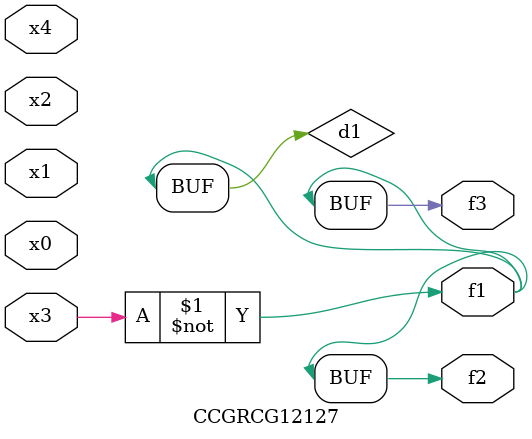
<source format=v>
module CCGRCG12127(
	input x0, x1, x2, x3, x4,
	output f1, f2, f3
);

	wire d1, d2;

	xnor (d1, x3);
	not (d2, x1);
	assign f1 = d1;
	assign f2 = d1;
	assign f3 = d1;
endmodule

</source>
